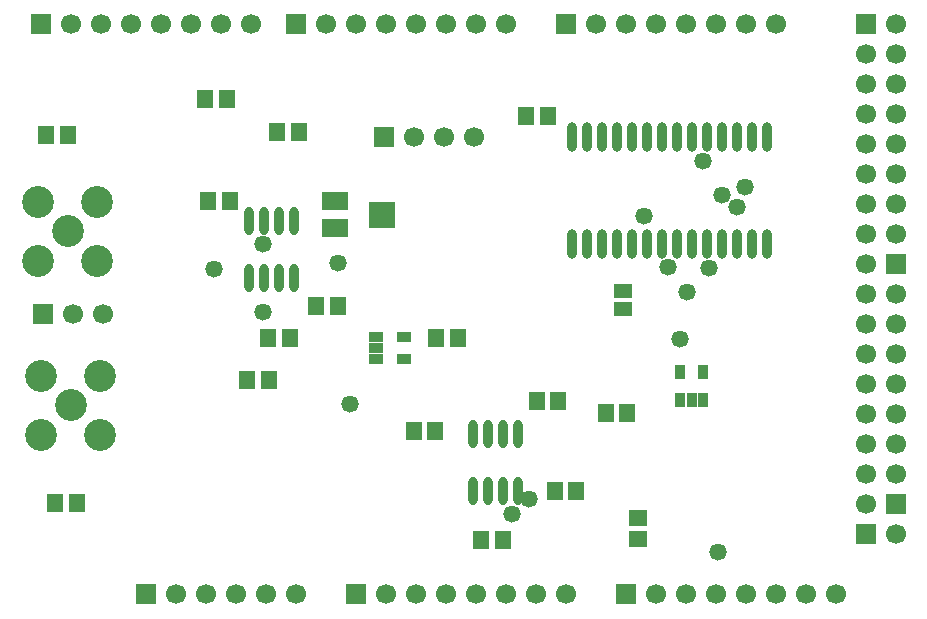
<source format=gts>
%FSLAX42Y42*%
%MOMM*%
G71*
G01*
G75*
G04 Layer_Color=8388736*
%ADD10R,1.20X1.40*%
%ADD11O,0.60X2.20*%
%ADD12R,1.40X1.20*%
%ADD13R,1.10X0.65*%
%ADD14R,1.40X1.10*%
%ADD15O,0.60X2.30*%
%ADD16R,2.00X1.30*%
%ADD17R,2.00X2.00*%
%ADD18R,0.65X1.10*%
%ADD19C,0.25*%
%ADD20R,1.50X1.50*%
%ADD21C,1.50*%
%ADD22C,2.50*%
%ADD23R,1.50X1.50*%
%ADD24C,1.27*%
%ADD25C,0.25*%
%ADD26C,0.60*%
%ADD27C,0.20*%
%ADD28C,0.20*%
%ADD29R,1.40X1.60*%
%ADD30O,0.80X2.40*%
%ADD31R,1.60X1.40*%
%ADD32R,1.30X0.85*%
%ADD33R,1.60X1.30*%
%ADD34O,0.80X2.50*%
%ADD35R,2.20X1.50*%
%ADD36R,2.20X2.20*%
%ADD37R,0.85X1.30*%
%ADD38R,1.70X1.70*%
%ADD39C,1.70*%
%ADD40C,2.70*%
%ADD41R,1.70X1.70*%
%ADD42C,1.47*%
D29*
X6616Y1892D02*
D03*
X6796D02*
D03*
X5754Y1638D02*
D03*
X5574D02*
D03*
X2539Y1029D02*
D03*
X2719D02*
D03*
X2463Y4140D02*
D03*
X2643D02*
D03*
X6326Y711D02*
D03*
X6146D02*
D03*
X4929Y2692D02*
D03*
X4749D02*
D03*
X5765Y2426D02*
D03*
X5945D02*
D03*
X6527Y4305D02*
D03*
X6707D02*
D03*
X4344Y2070D02*
D03*
X4164D02*
D03*
X3809Y4445D02*
D03*
X3989D02*
D03*
X4419Y4166D02*
D03*
X4599D02*
D03*
X4014Y3581D02*
D03*
X3834D02*
D03*
X6948Y1130D02*
D03*
X6768D02*
D03*
X7380Y1791D02*
D03*
X7200D02*
D03*
X4342Y2426D02*
D03*
X4522D02*
D03*
D30*
X6071Y1132D02*
D03*
X6198D02*
D03*
X6325D02*
D03*
X6452D02*
D03*
X6071Y1612D02*
D03*
X6198D02*
D03*
X6325D02*
D03*
X6452D02*
D03*
X4178Y2935D02*
D03*
X4305D02*
D03*
X4432D02*
D03*
X4559D02*
D03*
X4178Y3415D02*
D03*
X4305D02*
D03*
X4432D02*
D03*
X4559D02*
D03*
D31*
X7468Y723D02*
D03*
Y903D02*
D03*
D32*
X5492Y2432D02*
D03*
Y2242D02*
D03*
X5252D02*
D03*
Y2337D02*
D03*
Y2432D02*
D03*
D33*
X7341Y2818D02*
D03*
Y2668D02*
D03*
D34*
X6909Y3215D02*
D03*
X7036D02*
D03*
X7163D02*
D03*
X7290D02*
D03*
X7417D02*
D03*
X7544D02*
D03*
X7671D02*
D03*
X7798D02*
D03*
X7925D02*
D03*
X8052D02*
D03*
X8179D02*
D03*
X8306D02*
D03*
X8433D02*
D03*
X8560D02*
D03*
X6909Y4125D02*
D03*
X7036D02*
D03*
X7163D02*
D03*
X7290D02*
D03*
X7417D02*
D03*
X7544D02*
D03*
X7671D02*
D03*
X7798D02*
D03*
X7925D02*
D03*
X8052D02*
D03*
X8179D02*
D03*
X8306D02*
D03*
X8433D02*
D03*
X8560D02*
D03*
D35*
X4905Y3352D02*
D03*
Y3582D02*
D03*
D36*
X5305Y3467D02*
D03*
D37*
X7830Y1899D02*
D03*
X7925D02*
D03*
X8020D02*
D03*
Y2139D02*
D03*
X7830D02*
D03*
D38*
X2438Y2629D02*
D03*
X5321Y4128D02*
D03*
X7366Y254D02*
D03*
X5080D02*
D03*
X3302D02*
D03*
X9398Y762D02*
D03*
Y5080D02*
D03*
X2413D02*
D03*
X4572D02*
D03*
X6858D02*
D03*
D39*
X2692Y2629D02*
D03*
X2946D02*
D03*
X5575Y4128D02*
D03*
X5829D02*
D03*
X6083D02*
D03*
X9144Y254D02*
D03*
X8890D02*
D03*
X8636D02*
D03*
X8382D02*
D03*
X8128D02*
D03*
X7874D02*
D03*
X7620D02*
D03*
X6858D02*
D03*
X6604D02*
D03*
X6350D02*
D03*
X6096D02*
D03*
X5842D02*
D03*
X5588D02*
D03*
X5334D02*
D03*
X4572D02*
D03*
X4318D02*
D03*
X4064D02*
D03*
X3810D02*
D03*
X3556D02*
D03*
X9652Y762D02*
D03*
X9398Y2794D02*
D03*
X9652D02*
D03*
X9398Y2540D02*
D03*
X9652D02*
D03*
X9398Y2286D02*
D03*
X9652D02*
D03*
X9398Y2032D02*
D03*
X9652D02*
D03*
X9398Y1778D02*
D03*
X9652D02*
D03*
X9398Y1524D02*
D03*
X9652D02*
D03*
X9398Y1270D02*
D03*
X9652D02*
D03*
X9398Y1016D02*
D03*
Y4826D02*
D03*
X9652D02*
D03*
X9398Y4572D02*
D03*
X9652D02*
D03*
X9398Y4318D02*
D03*
X9652D02*
D03*
X9398Y4064D02*
D03*
X9652D02*
D03*
X9398Y3810D02*
D03*
X9652D02*
D03*
X9398Y3556D02*
D03*
X9652D02*
D03*
X9398Y3302D02*
D03*
X9652D02*
D03*
X9398Y3048D02*
D03*
X9652Y5080D02*
D03*
X4191D02*
D03*
X3937D02*
D03*
X3683D02*
D03*
X3429D02*
D03*
X3175D02*
D03*
X2921D02*
D03*
X2667D02*
D03*
X6350D02*
D03*
X6096D02*
D03*
X5842D02*
D03*
X5588D02*
D03*
X5334D02*
D03*
X5080D02*
D03*
X4826D02*
D03*
X8636D02*
D03*
X8382D02*
D03*
X8128D02*
D03*
X7874D02*
D03*
X7620D02*
D03*
X7366D02*
D03*
X7112D02*
D03*
D40*
X2392Y3577D02*
D03*
X2892D02*
D03*
Y3077D02*
D03*
X2392D02*
D03*
X2642Y3327D02*
D03*
X2667Y1854D02*
D03*
X2417Y1604D02*
D03*
X2917D02*
D03*
Y2104D02*
D03*
X2417D02*
D03*
D41*
X9652Y1016D02*
D03*
Y3048D02*
D03*
D42*
X8179Y3637D02*
D03*
X7722Y3025D02*
D03*
X7526Y3452D02*
D03*
X7830Y2413D02*
D03*
X3886Y3005D02*
D03*
X4300Y3216D02*
D03*
Y2644D02*
D03*
X6401Y932D02*
D03*
X5032Y1864D02*
D03*
X8151Y612D02*
D03*
X8378Y3705D02*
D03*
X8306Y3536D02*
D03*
X8026Y3922D02*
D03*
X6553Y1057D02*
D03*
X4929Y3059D02*
D03*
X8077Y3012D02*
D03*
X7884Y2809D02*
D03*
M02*

</source>
